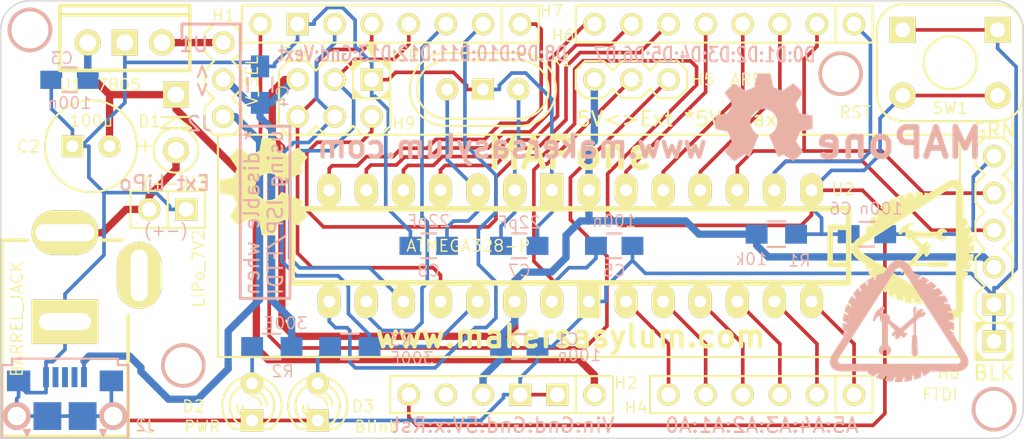
<source format=kicad_pcb>
(kicad_pcb (version 20171130) (host pcbnew "(5.1.12)-1")
  (title_block (title "MAPusart - USB to USART Bridge using CP2012") (rev v1) (company "Maker's Asylum : www.github.com/MakersAsylumIndia"))
  (layers (0 F.Cu signal) (31 B.Cu signal) (34 B.Paste user hide) (35 F.Paste user hide) (36 B.SilkS user hide) (37 F.SilkS user hide) (38 B.Mask user hide) (39 F.Mask user hide) (44 Edge.Cuts user))
  (net 0 "")
  (net 1 /5V)
  (net 2 /TXD)
  (net 3 /RXD)
  (net 4 /RST)
  (net 5 GND)
  (net 6 /V_IN)
  (net 7 "Net-(C6-Pad2)")
  (net 8 "Net-(D1-Pad1)")
  (net 9 "Net-(D2-Pad1)")
  (net 10 "Net-(D3-Pad1)")
  (net 11 /V_REG)
  (net 12 /V_USB)
  (net 13 /AD0)
  (net 14 /AD1)
  (net 15 /AD2)
  (net 16 /AD3)
  (net 17 /AD4_SDA)
  (net 18 /AD5_SCL)
  (net 19 /AREF)
  (net 20 /PD2)
  (net 21 /PD3_P)
  (net 22 /PD4)
  (net 23 /PD5_P)
  (net 24 /PD6_P)
  (net 25 /PD7)
  (net 26 /PB0)
  (net 27 /PB1_P)
  (net 28 /SS_P)
  (net 29 /MOSI_P)
  (net 30 /MISO)
  (net 31 /SCK)
  (net 32 "Net-(C7-Pad1)")
  (net 33 "Net-(C8-Pad1)")
  (net 34 /Vext)
  (module MAPone.pretty:LM78XXV (layer F.Cu) (at 58.5 34.87 90)
    (fp_text reference U1 (at -2.9 -3.7 180) (layer F.SilkS) (effects (font (size 0.8 0.8) (thickness 0.1))))
    (fp_text value 7805 (at -2.9 -0.4 180) (layer F.SilkS) (effects (font (size 0.8 0.8) (thickness 0.1))))
    (pad VI thru_hole circle (at 0 -2.54 90) (size 1.778 1.778) (drill 1.143) (layers *.Cu *.Mask F.SilkS) (net 6 /V_IN))
    (pad GND thru_hole rect (at 0 0 90) (size 1.778 1.778) (drill 1.143) (layers *.Cu *.Mask F.SilkS) (net 5 GND))
    (pad VO thru_hole circle (at 0 2.54 90) (size 1.778 1.778) (drill 1.143) (layers *.Cu *.Mask F.SilkS) (net 11 /V_REG))
  )
  (module MAPone.pretty:SW-PB (layer F.Cu) (at 115 36.25 270)
    (fp_text reference SW1 (at 3.1 0) (layer F.SilkS) (effects (font (size 0.8 0.8) (thickness 0.1))))
    (fp_text value RST (at 3.4 6.5) (layer F.SilkS) (effects (font (size 0.8 0.8) (thickness 0.1))))
    (pad 1 thru_hole rect (at -2.25 -3.25 270) (size 1.778 1.778) (drill 1.016) (layers *.Cu *.Mask F.SilkS) (net 5 GND))
    (pad 2 thru_hole circle (at 2.25 3.25 270) (size 1.778 1.778) (drill 1.016) (layers *.Cu *.Mask F.SilkS) (net 4 /RST))
    (pad 2 thru_hole circle (at 2.25 -3.25 270) (size 1.778 1.778) (drill 1.016) (layers *.Cu *.Mask F.SilkS) (net 4 /RST))
    (pad 1 thru_hole rect (at -2.25 3.25 270) (size 1.778 1.778) (drill 1.016) (layers *.Cu *.Mask F.SilkS) (net 5 GND))
  )
  (module MAPone.pretty:R_0805_HandSoldering (layer B.Cu) (at 73.9 55.7 180)
    (fp_text reference R3 (at -3.5 0.45 180) (layer B.SilkS) (effects (font (size 0.8 0.8) (thickness 0.1)) (justify mirror)))
    (fp_text value 300E (at -4.25 -0.8 180) (layer B.SilkS) (effects (font (size 0.8 0.8) (thickness 0.1)) (justify mirror)))
    (pad 1 smd rect (at -1.35 0 180) (size 1.5 1.3) (layers B.Cu B.Paste B.Mask) (net 31 /SCK))
    (pad 2 smd rect (at 1.35 0 180) (size 1.5 1.3) (layers B.Cu B.Paste B.Mask) (net 10 "Net-(D3-Pad1)"))
  )
  (module MAPone.pretty:R_0805_HandSoldering (layer B.Cu) (at 68.56 55.7)
    (fp_text reference R2 (at 0.74 1.7) (layer B.SilkS) (effects (font (size 0.8 0.8) (thickness 0.1)) (justify mirror)))
    (fp_text value 300E (at 0.94 -1.6) (layer B.SilkS) (effects (font (size 0.8 0.8) (thickness 0.1)) (justify mirror)))
    (pad 1 smd rect (at -1.35 0) (size 1.5 1.3) (layers B.Cu B.Paste B.Mask) (net 9 "Net-(D2-Pad1)"))
    (pad 2 smd rect (at 1.35 0) (size 1.5 1.3) (layers B.Cu B.Paste B.Mask) (net 1 /5V))
  )
  (module MAPone.pretty:R_0805_HandSoldering (layer B.Cu) (at 103.1 48)
    (fp_text reference R1 (at 1.5698 1.8126) (layer B.SilkS) (effects (font (size 0.8 0.8) (thickness 0.1)) (justify mirror)))
    (fp_text value 10k (at -1.7068 1.711) (layer B.SilkS) (effects (font (size 0.8 0.8) (thickness 0.1)) (justify mirror)))
    (pad 1 smd rect (at -1.35 0) (size 1.5 1.3) (layers B.Cu B.Paste B.Mask) (net 1 /5V))
    (pad 2 smd rect (at 1.35 0) (size 1.5 1.3) (layers B.Cu B.Paste B.Mask) (net 4 /RST))
  )
  (module MAPone.pretty:vite_3mm (layer F.Cu) (at 118 60)
    (fp_text reference P4 hide)
    (fp_text value CONN_1 hide)
    (pad 1 thru_hole circle (at 0 0) (size 3.048 3.048) (drill 2.54) (layers *.Cu *.SilkS *.Mask))
  )
  (module MAPone.pretty:vite_3mm (layer F.Cu) (at 62.5 57)
    (fp_text reference P3 hide)
    (fp_text value CONN_1 hide)
    (pad 1 thru_hole circle (at 0 0) (size 3.048 3.048) (drill 2.54) (layers *.Cu *.SilkS *.Mask))
  )
  (module MAPone.pretty:JACK_ALIM (layer F.Cu) (at 54.4 54 90)
    (fp_text reference J1 (at -7.2 5.5) (layer F.SilkS) (effects (font (size 0.8 0.8) (thickness 0.1))))
    (fp_text value BARREL_JACK (at 0.2 -3.3 270) (layer F.SilkS) (effects (font (size 0.8 0.8) (thickness 0.1))))
    (pad 2 thru_hole rect (at 0 0 90) (size 3.048 4.572) (drill oval 1.1684 3.556) (layers *.Cu *.Mask F.SilkS) (net 5 GND))
    (pad 1 thru_hole oval (at 6.096 0 90) (size 3.048 4.572) (drill oval 1.1684 4.064) (layers *.Cu *.Mask F.SilkS) (net 8 "Net-(D1-Pad1)"))
    (pad 3 thru_hole oval (at 3.175 5.08 90) (size 4.572 3.048) (drill oval 3.556 1.1684) (layers *.Cu *.Mask F.SilkS))
  )
  (module MAPone.pretty:Header_ICSP (layer F.Cu) (at 72.86 38.68)
    (fp_text reference H9 (at 4.74 1.72 180) (layer F.SilkS) (effects (font (size 0.8 0.8) (thickness 0.1))))
    (fp_text value ISP (at 4.84 -2.88 180) (layer F.SilkS) (effects (font (size 0.8 0.8) (thickness 0.1))))
    (fp_text user 5V0 (at -2.53 -3.05) (layer F.SilkS) (effects (font (size 0.8 0.8) (thickness 0.1))))
    (pad 1 thru_hole circle (at -2.54 1.27) (size 1.524 1.524) (drill 1.016) (layers *.Cu *.Mask F.SilkS) (net 30 /MISO))
    (pad 2 thru_hole circle (at -2.54 -1.27) (size 1.524 1.524) (drill 1.016) (layers *.Cu *.Mask F.SilkS) (net 1 /5V))
    (pad 3 thru_hole circle (at 0 1.27) (size 1.524 1.524) (drill 1.016) (layers *.Cu *.Mask F.SilkS) (net 31 /SCK))
    (pad 4 thru_hole circle (at 0 -1.27) (size 1.524 1.524) (drill 1.016) (layers *.Cu *.Mask F.SilkS) (net 29 /MOSI_P))
    (pad 5 thru_hole circle (at 2.54 1.27) (size 1.524 1.524) (drill 1.016) (layers *.Cu *.Mask F.SilkS) (net 4 /RST))
    (pad 6 thru_hole rect (at 2.54 -1.27) (size 1.524 1.524) (drill 1.016) (layers *.Cu *.Mask F.SilkS) (net 5 GND))
  )
  (module MAPone.pretty:Socket_Strip_Straight_1x08 (layer F.Cu) (at 76.67 33.6)
    (fp_text reference H7 (at 11.03 -0.9) (layer F.SilkS) (effects (font (size 0.8 0.8) (thickness 0.1))))
    (fp_text value IO_H hide)
    (pad 1 thru_hole circle (at 8.89 0) (size 1.524 1.524) (drill 1.016) (layers *.Cu *.Mask F.SilkS) (net 26 /PB0))
    (pad 2 thru_hole circle (at 6.35 0) (size 1.524 1.524) (drill 1.016) (layers *.Cu *.Mask F.SilkS) (net 27 /PB1_P))
    (pad 3 thru_hole circle (at 3.81 0) (size 1.524 1.524) (drill 1.016) (layers *.Cu *.Mask F.SilkS) (net 28 /SS_P))
    (pad 4 thru_hole circle (at 1.27 0) (size 1.524 1.524) (drill 1.016) (layers *.Cu *.Mask F.SilkS) (net 29 /MOSI_P))
    (pad 5 thru_hole circle (at -1.27 0) (size 1.524 1.524) (drill 1.016) (layers *.Cu *.Mask F.SilkS) (net 30 /MISO))
    (pad 6 thru_hole circle (at -3.81 0) (size 1.524 1.524) (drill 1.016) (layers *.Cu *.Mask F.SilkS) (net 31 /SCK))
    (pad 7 thru_hole rect (at -6.35 0) (size 1.524 1.524) (drill 1.016) (layers *.Cu *.Mask F.SilkS) (net 5 GND))
    (pad 8 thru_hole circle (at -8.89 0) (size 1.524 1.524) (drill 1.016) (layers *.Cu *.Mask F.SilkS) (net 34 /Vext))
  )
  (module MAPone.pretty:Socket_Strip_Straight_1x08 (layer F.Cu) (at 99.53 33.6)
    (fp_text reference H6 (at -11.03 0.8) (layer F.SilkS) (effects (font (size 0.8 0.8) (thickness 0.1))))
    (fp_text value IO_L hide)
    (pad 1 thru_hole circle (at 8.89 0) (size 1.524 1.524) (drill 1.016) (layers *.Cu *.Mask F.SilkS) (net 3 /RXD))
    (pad 2 thru_hole circle (at 6.35 0) (size 1.524 1.524) (drill 1.016) (layers *.Cu *.Mask F.SilkS) (net 2 /TXD))
    (pad 3 thru_hole circle (at 3.81 0) (size 1.524 1.524) (drill 1.016) (layers *.Cu *.Mask F.SilkS) (net 20 /PD2))
    (pad 4 thru_hole circle (at 1.27 0) (size 1.524 1.524) (drill 1.016) (layers *.Cu *.Mask F.SilkS) (net 21 /PD3_P))
    (pad 5 thru_hole circle (at -1.27 0) (size 1.524 1.524) (drill 1.016) (layers *.Cu *.Mask F.SilkS) (net 22 /PD4))
    (pad 6 thru_hole circle (at -3.81 0) (size 1.524 1.524) (drill 1.016) (layers *.Cu *.Mask F.SilkS) (net 23 /PD5_P))
    (pad 7 thru_hole circle (at -6.35 0) (size 1.524 1.524) (drill 1.016) (layers *.Cu *.Mask F.SilkS) (net 24 /PD6_P))
    (pad 8 thru_hole circle (at -8.89 0) (size 1.524 1.524) (drill 1.016) (layers *.Cu *.Mask F.SilkS) (net 25 /PD7))
  )
  (module MAPone.pretty:Socket_Strip_Straight_1x06 (layer F.Cu) (at 102.07 59)
    (fp_text reference H4 (at -8.57 0.9) (layer F.SilkS) (effects (font (size 0.8 0.8) (thickness 0.1))))
    (fp_text value ANALOG hide)
    (pad 1 thru_hole circle (at 6.35 0) (size 1.524 1.524) (drill 1.016) (layers *.Cu *.Mask F.SilkS) (net 18 /AD5_SCL))
    (pad 2 thru_hole circle (at 3.81 0) (size 1.524 1.524) (drill 1.016) (layers *.Cu *.Mask F.SilkS) (net 17 /AD4_SDA))
    (pad 3 thru_hole circle (at 1.27 0) (size 1.524 1.524) (drill 1.016) (layers *.Cu *.Mask F.SilkS) (net 16 /AD3))
    (pad 4 thru_hole circle (at -1.27 0) (size 1.524 1.524) (drill 1.016) (layers *.Cu *.Mask F.SilkS) (net 15 /AD2))
    (pad 5 thru_hole circle (at -3.81 0) (size 1.524 1.524) (drill 1.016) (layers *.Cu *.Mask F.SilkS) (net 14 /AD1))
    (pad 6 thru_hole circle (at -6.35 0) (size 1.524 1.524) (drill 1.016) (layers *.Cu *.Mask F.SilkS) (net 13 /AD0))
  )
  (module MAPone.pretty:Socket_Strip_Straight_1x06 (layer F.Cu) (at 84.29 59)
    (fp_text reference H2 (at 8.51 -0.8) (layer F.SilkS) (effects (font (size 0.8 0.8) (thickness 0.1))))
    (fp_text value Power hide)
    (pad 1 thru_hole circle (at 6.35 0) (size 1.524 1.524) (drill 1.016) (layers *.Cu *.Mask F.SilkS) (net 6 /V_IN))
    (pad 2 thru_hole rect (at 3.81 0) (size 1.524 1.524) (drill 1.016) (layers *.Cu *.Mask F.SilkS) (net 5 GND))
    (pad 3 thru_hole rect (at 1.27 0) (size 1.524 1.524) (drill 1.016) (layers *.Cu *.Mask F.SilkS) (net 5 GND))
    (pad 4 thru_hole circle (at -1.27 0) (size 1.524 1.524) (drill 1.016) (layers *.Cu *.Mask F.SilkS) (net 1 /5V))
    (pad 5 thru_hole circle (at -3.81 0) (size 1.524 1.524) (drill 1.016) (layers *.Cu *.Mask F.SilkS))
    (pad 6 thru_hole circle (at -6.35 0) (size 1.524 1.524) (drill 1.016) (layers *.Cu *.Mask F.SilkS) (net 4 /RST))
  )
  (module MAPone.pretty:Header_3 (layer F.Cu) (at 65.23 37.41 270)
    (fp_text reference H1 (at -4.39 -0.02 180) (layer F.SilkS) (effects (font (size 0.8 0.8) (thickness 0.1))))
    (fp_text value V_SEL (at 0.09 -1.97 90) (layer F.SilkS) (effects (font (size 0.8 0.8) (thickness 0.1))))
    (pad 1 thru_hole circle (at -2.54 0 270) (size 1.524 1.524) (drill 1.016) (layers *.Cu *.Mask F.SilkS) (net 11 /V_REG))
    (pad 2 thru_hole circle (at 0 0 270) (size 1.524 1.524) (drill 1.016) (layers *.Cu *.Mask F.SilkS) (net 1 /5V))
    (pad 3 thru_hole circle (at 2.54 0 270) (size 1.524 1.524) (drill 1.016) (layers *.Cu *.Mask F.SilkS) (net 12 /V_USB))
  )
  (module MAPone.pretty:LED-3MM (layer F.Cu) (at 71.7 59.5 270)
    (fp_text reference D3 (at 0.3 -3.1) (layer F.SilkS) (effects (font (size 0.8 0.8) (thickness 0.1))))
    (fp_text value Blink (at 1.7 -4) (layer F.SilkS) (effects (font (size 0.8 0.8) (thickness 0.1))))
    (pad 1 thru_hole circle (at -1.27 0 270) (size 1.524 1.524) (drill 0.8128) (layers *.Cu *.Mask F.SilkS) (net 10 "Net-(D3-Pad1)"))
    (pad 2 thru_hole rect (at 1.27 0 270) (size 1.524 1.524) (drill 0.8128) (layers *.Cu *.Mask F.SilkS) (net 5 GND))
  )
  (module MAPone.pretty:LED-3MM (layer F.Cu) (at 67.2 59.5 270)
    (fp_text reference D2 (at 0.3 4) (layer F.SilkS) (effects (font (size 0.8 0.8) (thickness 0.1))))
    (fp_text value PWR (at 1.7 3.4) (layer F.SilkS) (effects (font (size 0.8 0.8) (thickness 0.1))))
    (pad 1 thru_hole circle (at -1.27 0 270) (size 1.524 1.524) (drill 0.8128) (layers *.Cu *.Mask F.SilkS) (net 9 "Net-(D2-Pad1)"))
    (pad 2 thru_hole rect (at 1.27 0 270) (size 1.524 1.524) (drill 0.8128) (layers *.Cu *.Mask F.SilkS) (net 5 GND))
  )
  (module MAPone.pretty:C_0805_HandSoldering (layer B.Cu) (at 79.3 48.8 180)
    (fp_text reference C8 (at 0 -1.7 180) (layer B.SilkS) (effects (font (size 0.8 0.8) (thickness 0.1)) (justify mirror)))
    (fp_text value 22pF (at 0 1.7 180) (layer B.SilkS) (effects (font (size 0.8 0.8) (thickness 0.1)) (justify mirror)))
    (pad 1 smd rect (at -1.25 0 180) (size 1.5 1.25) (layers B.Cu B.Paste B.Mask) (net 33 "Net-(C8-Pad1)"))
    (pad 2 smd rect (at 1.25 0 180) (size 1.5 1.25) (layers B.Cu B.Paste B.Mask) (net 5 GND))
  )
  (module MAPone.pretty:C_0805_HandSoldering (layer B.Cu) (at 85.5 48.8)
    (fp_text reference C7 (at 0 1.7) (layer B.SilkS) (effects (font (size 0.8 0.8) (thickness 0.1)) (justify mirror)))
    (fp_text value 22pF (at 0 -1.6) (layer B.SilkS) (effects (font (size 0.8 0.8) (thickness 0.1)) (justify mirror)))
    (pad 1 smd rect (at -1.25 0) (size 1.5 1.25) (layers B.Cu B.Paste B.Mask) (net 32 "Net-(C7-Pad1)"))
    (pad 2 smd rect (at 1.25 0) (size 1.5 1.25) (layers B.Cu B.Paste B.Mask) (net 5 GND))
  )
  (module MAPone.pretty:C_0805_HandSoldering (layer B.Cu) (at 109.3 48)
    (fp_text reference C6 (at -1.8 -1.75) (layer B.SilkS) (effects (font (size 0.8 0.8) (thickness 0.1)) (justify mirror)))
    (fp_text value 100n (at 0.95 -1.75) (layer B.SilkS) (effects (font (size 0.8 0.8) (thickness 0.1)) (justify mirror)))
    (pad 1 smd rect (at -1.25 0) (size 1.5 1.25) (layers B.Cu B.Paste B.Mask) (net 4 /RST))
    (pad 2 smd rect (at 1.25 0) (size 1.5 1.25) (layers B.Cu B.Paste B.Mask) (net 7 "Net-(C6-Pad2)"))
  )
  (module MAPone.pretty:C_0805_HandSoldering (layer B.Cu) (at 92 48.8)
    (fp_text reference C5 (at 0 1.7) (layer B.SilkS) (effects (font (size 0.8 0.8) (thickness 0.1)) (justify mirror)))
    (fp_text value 100n (at 0 -1.7) (layer B.SilkS) (effects (font (size 0.8 0.8) (thickness 0.1)) (justify mirror)))
    (pad 1 smd rect (at -1.25 0) (size 1.5 1.25) (layers B.Cu B.Paste B.Mask) (net 19 /AREF))
    (pad 2 smd rect (at 1.25 0) (size 1.5 1.25) (layers B.Cu B.Paste B.Mask) (net 5 GND))
  )
  (module MAPone.pretty:C_0805_HandSoldering (layer B.Cu) (at 67.75 37.75 90)
    (fp_text reference C4 (at -0.79 1.55 270) (layer B.SilkS) (effects (font (size 0.8 0.8) (thickness 0.1)) (justify mirror)))
    (fp_text value 100n hide)
    (pad 1 smd rect (at -1.25 0 90) (size 1.5 1.25) (layers B.Cu B.Paste B.Mask) (net 1 /5V))
    (pad 2 smd rect (at 1.25 0 90) (size 1.5 1.25) (layers B.Cu B.Paste B.Mask) (net 5 GND))
  )
  (module MAPone.pretty:C_0805_HandSoldering (layer B.Cu) (at 54.71 37.42)
    (fp_text reference C3 (at -0.53 -1.48 180) (layer B.SilkS) (effects (font (size 0.8 0.8) (thickness 0.1)) (justify mirror)))
    (fp_text value 100n (at 0 1.59 180) (layer B.SilkS) (effects (font (size 0.8 0.8) (thickness 0.1)) (justify mirror)))
    (pad 1 smd rect (at -1.25 0) (size 1.5 1.25) (layers B.Cu B.Paste B.Mask) (net 5 GND))
    (pad 2 smd rect (at 1.25 0) (size 1.5 1.25) (layers B.Cu B.Paste B.Mask) (net 6 /V_IN))
  )
  (module MAPone.pretty:C_0805_HandSoldering (layer B.Cu) (at 85.5 55.7)
    (fp_text reference C1 (at 3.3 -0.5) (layer B.SilkS) (effects (font (size 0.8 0.8) (thickness 0.1)) (justify mirror)))
    (fp_text value 100n (at 4.1 0.6) (layer B.SilkS) (effects (font (size 0.8 0.8) (thickness 0.1)) (justify mirror)))
    (pad 1 smd rect (at -1.25 0) (size 1.5 1.25) (layers B.Cu B.Paste B.Mask) (net 1 /5V))
    (pad 2 smd rect (at 1.25 0) (size 1.5 1.25) (layers B.Cu B.Paste B.Mask) (net 5 GND))
  )
  (module MAPone.pretty:DIP-28__300_ELL_ZIF (layer F.Cu) (at 89 48.8 180)
    (fp_text reference U2 (at -18.667 3.8642 180) (layer F.SilkS) (effects (font (size 0.8 0.8) (thickness 0.1))))
    (fp_text value ATMEGA328-P (at 6.985 0 180) (layer F.SilkS) (effects (font (size 0.8 0.8) (thickness 0.1))))
    (pad 2 thru_hole oval (at -13.97 3.81 180) (size 1.5748 2.286) (drill 0.8128) (layers *.Cu *.Mask F.SilkS) (net 3 /RXD))
    (pad 3 thru_hole oval (at -11.43 3.81 180) (size 1.5748 2.286) (drill 0.8128) (layers *.Cu *.Mask F.SilkS) (net 2 /TXD))
    (pad 4 thru_hole oval (at -8.89 3.81 180) (size 1.5748 2.286) (drill 0.8128) (layers *.Cu *.Mask F.SilkS) (net 20 /PD2))
    (pad 5 thru_hole oval (at -6.35 3.81 180) (size 1.5748 2.286) (drill 0.8128) (layers *.Cu *.Mask F.SilkS) (net 21 /PD3_P))
    (pad 6 thru_hole oval (at -3.81 3.81 180) (size 1.5748 2.286) (drill 0.8128) (layers *.Cu *.Mask F.SilkS) (net 22 /PD4))
    (pad 7 thru_hole oval (at -1.27 3.81 180) (size 1.5748 2.286) (drill 0.8128) (layers *.Cu *.Mask F.SilkS) (net 1 /5V))
    (pad 8 thru_hole rect (at 1.27 3.81 180) (size 1.5748 2.286) (drill 0.8128) (layers *.Cu *.Mask F.SilkS) (net 5 GND))
    (pad 9 thru_hole oval (at 3.81 3.81 180) (size 1.5748 2.286) (drill 0.8128) (layers *.Cu *.Mask F.SilkS) (net 32 "Net-(C7-Pad1)"))
    (pad 10 thru_hole oval (at 6.35 3.81 180) (size 1.5748 2.286) (drill 0.8128) (layers *.Cu *.Mask F.SilkS) (net 33 "Net-(C8-Pad1)"))
    (pad 11 thru_hole oval (at 8.89 3.81 180) (size 1.5748 2.286) (drill 0.8128) (layers *.Cu *.Mask F.SilkS) (net 23 /PD5_P))
    (pad 12 thru_hole oval (at 11.43 3.81 180) (size 1.5748 2.286) (drill 0.8128) (layers *.Cu *.Mask F.SilkS) (net 24 /PD6_P))
    (pad 13 thru_hole oval (at 13.97 3.81 180) (size 1.5748 2.286) (drill 0.8128) (layers *.Cu *.Mask F.SilkS) (net 25 /PD7))
    (pad 14 thru_hole oval (at 16.51 3.81 180) (size 1.5748 2.286) (drill 0.8128) (layers *.Cu *.Mask F.SilkS) (net 26 /PB0))
    (pad 1 thru_hole oval (at -16.51 3.81 180) (size 1.5748 2.286) (drill 0.8128) (layers *.Cu *.Mask F.SilkS) (net 4 /RST))
    (pad 15 thru_hole oval (at 16.51 -3.81 180) (size 1.5748 2.286) (drill 0.8128) (layers *.Cu *.Mask F.SilkS) (net 27 /PB1_P))
    (pad 16 thru_hole oval (at 13.97 -3.81 180) (size 1.5748 2.286) (drill 0.8128) (layers *.Cu *.Mask F.SilkS) (net 28 /SS_P))
    (pad 17 thru_hole oval (at 11.43 -3.81 180) (size 1.5748 2.286) (drill 0.8128) (layers *.Cu *.Mask F.SilkS) (net 29 /MOSI_P))
    (pad 18 thru_hole oval (at 8.89 -3.81 180) (size 1.5748 2.286) (drill 0.8128) (layers *.Cu *.Mask F.SilkS) (net 30 /MISO))
    (pad 19 thru_hole oval (at 6.35 -3.81 180) (size 1.5748 2.286) (drill 0.8128) (layers *.Cu *.Mask F.SilkS) (net 31 /SCK))
    (pad 20 thru_hole oval (at 3.81 -3.81 180) (size 1.5748 2.286) (drill 0.8128) (layers *.Cu *.Mask F.SilkS) (net 1 /5V))
    (pad 21 thru_hole oval (at 1.27 -3.81 180) (size 1.5748 2.286) (drill 0.8128) (layers *.Cu *.Mask F.SilkS) (net 19 /AREF))
    (pad 22 thru_hole rect (at -1.27 -3.81 180) (size 1.5748 2.286) (drill 0.8128) (layers *.Cu *.Mask F.SilkS) (net 5 GND))
    (pad 23 thru_hole oval (at -3.81 -3.81 180) (size 1.5748 2.286) (drill 0.8128) (layers *.Cu *.Mask F.SilkS) (net 13 /AD0))
    (pad 24 thru_hole oval (at -6.35 -3.81 180) (size 1.5748 2.286) (drill 0.8128) (layers *.Cu *.Mask F.SilkS) (net 14 /AD1))
    (pad 25 thru_hole oval (at -8.89 -3.81 180) (size 1.5748 2.286) (drill 0.8128) (layers *.Cu *.Mask F.SilkS) (net 15 /AD2))
    (pad 26 thru_hole oval (at -11.43 -3.81 180) (size 1.5748 2.286) (drill 0.8128) (layers *.Cu *.Mask F.SilkS) (net 16 /AD3))
    (pad 27 thru_hole oval (at -13.97 -3.81 180) (size 1.5748 2.286) (drill 0.8128) (layers *.Cu *.Mask F.SilkS) (net 17 /AD4_SDA))
    (pad 28 thru_hole oval (at -16.51 -3.81 180) (size 1.5748 2.286) (drill 0.8128) (layers *.Cu *.Mask F.SilkS) (net 18 /AD5_SCL))
  )
  (module MAPone.pretty:Header_FTDI (layer F.Cu) (at 118 49 90)
    (fp_text reference H8 (at -8.5 -3.1 180) (layer F.SilkS) (effects (font (size 0.8 0.8) (thickness 0.1))))
    (fp_text value FTDI (at -10 -3.7 180) (layer F.SilkS) (effects (font (size 0.8 0.8) (thickness 0.1))))
    (fp_text user GRN (at 8.1 0 180) (layer F.SilkS))
    (fp_text user BLK (at -8.5 0 180) (layer F.SilkS))
    (pad 1 thru_hole rect (at -6.35 0 90) (size 1.524 1.524) (drill 1.016) (layers *.Cu *.Mask F.SilkS) (net 5 GND))
    (pad 2 thru_hole rect (at -3.81 0 90) (size 1.524 1.524) (drill 1.016) (layers *.Cu *.Mask F.SilkS) (net 5 GND))
    (pad 3 thru_hole circle (at -1.27 0 90) (size 1.524 1.524) (drill 1.016) (layers *.Cu *.Mask F.SilkS) (net 1 /5V))
    (pad 4 thru_hole circle (at 1.27 0 90) (size 1.524 1.524) (drill 1.016) (layers *.Cu *.Mask F.SilkS) (net 3 /RXD))
    (pad 5 thru_hole circle (at 3.81 0 90) (size 1.524 1.524) (drill 1.016) (layers *.Cu *.Mask F.SilkS) (net 2 /TXD))
    (pad 6 thru_hole circle (at 6.35 0 90) (size 1.524 1.524) (drill 1.016) (layers *.Cu *.Mask F.SilkS) (net 7 "Net-(C6-Pad2)"))
  )
  (module MAPone.pretty:USB_B_Micro (layer B.Cu) (at 54.4 57.8 90)
    (fp_text reference J2 (at -3.3 5.5 180) (layer B.SilkS) (effects (font (size 0.8 0.8) (thickness 0.1)) (justify mirror)))
    (fp_text value USB-Micro hide)
    (pad 3 smd rect (at 0 0 90) (size 1.3716 0.4064) (layers B.Cu B.Paste B.Mask) (clearance 0.2032))
    (pad 4 smd rect (at 0 -0.65024 90) (size 1.3716 0.4064) (layers B.Cu B.Paste B.Mask) (clearance 0.2032))
    (pad 5 smd rect (at 0 -1.30048 90) (size 1.3716 0.4064) (layers B.Cu B.Paste B.Mask) (net 5 GND) (clearance 0.2032))
    (pad 2 smd rect (at 0 0.65024 90) (size 1.3716 0.4064) (layers B.Cu B.Paste B.Mask) (clearance 0.2032))
    (pad 1 smd rect (at 0 1.30048 90) (size 1.3716 0.4064) (layers B.Cu B.Paste B.Mask) (net 12 /V_USB) (clearance 0.2032))
    (pad T1 smd rect (at -0.254 3.175 90) (size 1.4224 1.6002) (layers B.Cu B.Paste B.Mask) (net 5 GND))
    (pad T2 smd rect (at -0.254 -3.175 90) (size 1.4224 1.6002) (layers B.Cu B.Paste B.Mask) (net 5 GND))
    (pad T3 smd rect (at -2.667 1.2065 90) (size 1.905 1.905) (layers B.Cu B.Paste B.Mask) (net 5 GND) (clearance 0.2032))
    (pad T4 smd rect (at -2.667 -1.2065 90) (size 1.905 1.905) (layers B.Cu B.Paste B.Mask) (net 5 GND) (clearance 0.2032))
    (pad T5 thru_hole circle (at -2.667 3.302 90) (size 1.905 1.905) (drill 1.27) (layers *.Cu *.Paste *.Mask B.SilkS) (net 5 GND) (clearance 0.2032))
    (pad T6 thru_hole circle (at -2.667 -3.302 90) (size 1.905 1.905) (drill 1.27) (layers *.Cu *.Paste *.Mask B.SilkS) (net 5 GND) (clearance 0.2032))
  )
  (module MAPone.pretty:Crystal_HC49-U_Vertical_3Pin (layer F.Cu) (at 83.01 38.08 180)
    (fp_text reference X1 (at -5.39 1.98 180) (layer F.SilkS) (effects (font (size 0.8 0.8) (thickness 0.1))))
    (fp_text value 16MHz hide)
    (pad 1 thru_hole circle (at -2.44094 0 180) (size 1.50114 1.50114) (drill 0.8128) (layers *.Cu *.Mask F.SilkS) (net 32 "Net-(C7-Pad1)"))
    (pad 2 thru_hole circle (at 2.44094 0 180) (size 1.50114 1.50114) (drill 0.8128) (layers *.Cu *.Mask F.SilkS) (net 33 "Net-(C8-Pad1)"))
    (pad 3 thru_hole rect (at 0 0 180) (size 1.50114 1.50114) (drill 0.8128) (layers *.Cu *.Mask F.SilkS) (net 5 GND))
  )
  (module MAPone.pretty:Diode_DO-41_SOD81_Vertical_KathodeUp (layer F.Cu) (at 62 40.25 90)
    (fp_text reference D1 (at -0.02 -1.82 180) (layer F.SilkS) (effects (font (size 0.8 0.8) (thickness 0.1))))
    (fp_text value 1N4007 hide)
    (pad 1 thru_hole circle (at -2 0 90) (size 1.778 1.778) (drill 1.143) (layers *.Cu *.Mask F.SilkS) (net 8 "Net-(D1-Pad1)"))
    (pad 2 thru_hole rect (at 1.81 0 90) (size 1.778 1.778) (drill 1.143) (layers *.Cu *.Mask F.SilkS) (net 6 /V_IN))
  )
  (module MAPone.pretty:vite_3mm (layer F.Cu) (at 52 34)
    (fp_text reference P1 hide)
    (fp_text value CONN_1 hide)
    (pad 1 thru_hole circle (at 0 0) (size 3.048 3.048) (drill 2.54) (layers *.Cu *.SilkS *.Mask))
  )
  (module MAPone.pretty:vite_3mm (layer F.Cu) (at 107.5 37)
    (fp_text reference P2 hide)
    (fp_text value CONN_1 hide)
    (pad 1 thru_hole circle (at 0 0) (size 3.048 3.048) (drill 2.54) (layers *.Cu *.SilkS *.Mask))
  )
  (module MAPone.pretty:Header_A_REF (layer F.Cu) (at 93.18 37.41)
    (fp_text reference H5 (at 4.9 0 180) (layer F.SilkS) (effects (font (size 0.8 0.8) (thickness 0.1))))
    (fp_text value AREF (at 8.2 0 180) (layer F.SilkS) (effects (font (size 0.8 0.8) (thickness 0.1))))
    (pad 1 thru_hole circle (at -2.54 0) (size 1.524 1.524) (drill 1.016) (layers *.Cu *.Mask F.SilkS) (net 1 /5V))
    (pad 2 thru_hole circle (at 0 0) (size 1.524 1.524) (drill 1.016) (layers *.Cu *.Mask F.SilkS) (net 19 /AREF))
    (pad 3 thru_hole circle (at 2.54 0) (size 1.524 1.524) (drill 1.016) (layers *.Cu *.Mask F.SilkS) (net 34 /Vext))
  )
  (module MAPone.pretty:MA_Logo2 (layer F.Cu) (at 112.5 49 90)
    (fp_text reference Z2 hide)
    (fp_text value CONN_1 hide)
  )
  (module MAPone.pretty:Elko_vert_11.2x6.3mm_RM2.5 (layer F.Cu) (at 57.45 41.97 180)
    (fp_text reference C2 (at 5.55 -0.03) (layer F.SilkS) (effects (font (size 0.8 0.8) (thickness 0.1))))
    (fp_text value 100u (at 1.25 1.75) (layer F.SilkS) (effects (font (size 0.8 0.8) (thickness 0.1))))
    (fp_text user + (at -2.45 0.07 180) (layer F.SilkS))
    (pad 2 thru_hole rect (at 2.54 0 180) (size 1.50114 1.50114) (drill 0.8128) (layers *.Cu *.Mask F.SilkS) (net 5 GND))
    (pad 1 thru_hole circle (at 0 0 180) (size 1.50114 1.50114) (drill 0.8128) (layers *.Cu *.Mask F.SilkS) (net 6 /V_IN))
  )
  (module MAPone:OSHW_6mm (layer B.Cu) (at 102.25 40 180)
    (fp_text reference Z6 hide)
    (fp_text value CONN_1 hide)
  )
  (module MAPone:OSHW_6mm (layer F.Cu) (at 68 44.75 90)
    (fp_text reference Z7 hide)
    (fp_text value CONN_1 hide)
  )
  (module MAPone.pretty:Pin_Header_Straight_1x02 (layer F.Cu) (at 61.43 46.3 180)
    (fp_text reference H3 (at -1.92 1.83) (layer F.SilkS) (effects (font (size 0.8 0.8) (thickness 0.1))))
    (fp_text value LiPo_7V2 (at -2.12 -4.05 270) (layer F.SilkS) (effects (font (size 0.8 0.8) (thickness 0.1))))
    (pad 1 thru_hole rect (at -1.27 0 180) (size 1.524 1.524) (drill 1.016) (layers *.Cu *.Mask F.SilkS) (net 5 GND))
    (pad 2 thru_hole circle (at 1.27 0 180) (size 1.524 1.524) (drill 1.016) (layers *.Cu *.Mask F.SilkS) (net 8 "Net-(D1-Pad1)"))
  )
  (module MAPone.pretty:MA_Logo2 (layer B.Cu) (at 111.5 54 180)
    (fp_text reference Z1 hide)
    (fp_text value CONN_1 hide)
  )
  (gr_line (start 69.8 40.6) (end 66.5 40.6) (angle 90) (layer B.SilkS) (width 0.2))
  (gr_line (start 69.8 52.4) (end 69.8 40.6) (angle 90) (layer B.SilkS) (width 0.2))
  (gr_line (start 66.4 52.4) (end 69.8 52.4) (angle 90) (layer B.SilkS) (width 0.2))
  (gr_line (start 62.4 33.6) (end 62.4 34.6) (angle 90) (layer B.SilkS) (width 0.2))
  (gr_line (start 66.4 33.6) (end 62.4 33.6) (angle 90) (layer B.SilkS) (width 0.2))
  (gr_line (start 66.4 52.4) (end 66.4 33.6) (angle 90) (layer B.SilkS) (width 0.2))
  (gr_line (start 120 60) (end 120 34) (angle 90) (layer Edge.Cuts) (width 0.1))
  (gr_line (start 50 62) (end 50 34) (angle 90) (layer Edge.Cuts) (width 0.1))
  (gr_line (start 118 62) (end 50 62) (angle 90) (layer Edge.Cuts) (width 0.1))
  (gr_line (start 52 32) (end 118 32) (angle 90) (layer Edge.Cuts) (width 0.1))
  (gr_text "* disable when\nusing ISP/FTDI" (at 68 46.5 90) (layer B.SilkS) (effects (font (size 1 1)) (justify mirror)))
  (gr_text "Ext LiPo" (at 61.21 44.5) (layer B.SilkS) (effects (font (size 1 1)) (justify mirror)))
  (gr_text "(-+)" (at 61.31 47.74) (layer B.SilkS) (effects (font (size 0.8 0.8) (thickness 0.1)) (justify mirror)))
  (gr_text "(-+)" (at 61.24 44.63 180) (layer F.SilkS) (effects (font (size 0.8 0.8) (thickness 0.1))))
  (gr_text www.makersasylum.com (at 89 55) (layer F.SilkS) (effects (font (size 1.5 1.5) (thickness 0.3))))
  (gr_text MAPone (at 89 42.5) (layer F.SilkS) (effects (font (size 2 2) (thickness 0.4))))
  (gr_text www.makersasylum.com (at 85 42) (layer B.SilkS) (effects (font (size 1.5 1.5) (thickness 0.3)) (justify mirror)))
  (gr_text MAPone (at 111.5 41.75) (layer B.SilkS) (effects (font (size 2 2) (thickness 0.4)) (justify mirror)))
  (gr_text D8:D9:D10:D11:D12:D13:Gnd:Vext (at 78.88 35.63) (layer B.SilkS) (effects (font (size 1 0.8)) (justify mirror)))
  (gr_text D0:D1:D2:D3:D4:D5:D6:D7 (at 98.2 35.7) (layer B.SilkS) (effects (font (size 1 0.8)) (justify mirror)))
  (gr_text Vin:Gnd:Gnd:5V:x:Rst (at 84.4 61.1) (layer B.SilkS) (effects (font (size 1 1)) (justify mirror)))
  (gr_text A5:A4:A3:A2:A1:A0 (at 102.1 61.1) (layer B.SilkS) (effects (font (size 1 1)) (justify mirror)))
  (gr_text <> (at 63.72 37.47 90) (layer B.SilkS) (effects (font (size 1 1)) (justify mirror)))
  (gr_text J2 (at 63.61 40.43) (layer B.SilkS) (effects (font (size 1 1)) (justify mirror)))
  (gr_text U1 (at 63.2 35) (layer B.SilkS) (effects (font (size 1 1)) (justify mirror)))
  (gr_text "5V<>Ext *5V max" (at 96.3 40.1) (layer F.SilkS) (effects (font (size 1 1))))
  (gr_arc (start 118 34) (end 118 32) (angle 90) (layer Edge.Cuts) (width 0.1))
  (gr_arc (start 118 60) (end 120 60) (angle 90) (layer Edge.Cuts) (width 0.1))
  (gr_arc (start 52 34) (end 50 34) (angle 90) (layer Edge.Cuts) (width 0.1))
  (segment (start 84.25 55.1968) (end 84.25 54.95) (width 0.5) (layer B.Cu) (net 1))
  (segment (start 84.25 54.95) (end 85.19 54.01) (width 0.5) (layer B.Cu) (net 1))
  (segment (start 85.19 54.01) (end 85.19 52.61) (width 0.5) (layer B.Cu) (net 1))
  (segment (start 84.25 55.7) (end 84.25 55.1968) (width 0.5) (layer B.Cu) (net 1))
  (segment (start 101.75 48.376) (end 101.75 48.76) (width 0.5) (layer B.Cu) (net 1))
  (segment (start 101.75 48.76) (end 102.55 49.56) (width 0.5) (layer B.Cu) (net 1))
  (segment (start 102.55 49.56) (end 117.29 49.56) (width 0.5) (layer B.Cu) (net 1))
  (segment (start 117.29 49.56) (end 118 50.27) (width 0.5) (layer B.Cu) (net 1))
  (segment (start 101.75 48) (end 101.75 48.376) (width 0.5) (layer B.Cu) (net 1))
  (segment (start 90.27 47.0922) (end 90.27 44.99) (width 0.5) (layer B.Cu) (net 1))
  (segment (start 101.75 48) (end 97.8 48) (width 0.5) (layer B.Cu) (net 1))
  (segment (start 97.8 48) (end 96.8921 47.0922) (width 0.5) (layer B.Cu) (net 1))
  (segment (start 96.8921 47.0922) (end 90.27 47.0922) (width 0.5) (layer B.Cu) (net 1))
  (segment (start 67.75 39) (end 67.75 39.99) (width 0.5) (layer B.Cu) (net 1))
  (segment (start 67.75 39.99) (end 68.55 40.79) (width 0.5) (layer B.Cu) (net 1))
  (segment (start 68.55 40.79) (end 68.55 52.51) (width 0.5) (layer B.Cu) (net 1))
  (segment (start 68.55 52.51) (end 69.91 53.87) (width 0.5) (layer B.Cu) (net 1))
  (segment (start 69.91 53.87) (end 69.91 55.7) (width 0.5) (layer B.Cu) (net 1))
  (segment (start 65.23 37.41) (end 65.41 37.41) (width 0.5) (layer B.Cu) (net 1))
  (segment (start 65.41 37.41) (end 67 39) (width 0.5) (layer B.Cu) (net 1))
  (segment (start 67 39) (end 67.75 39) (width 0.5) (layer B.Cu) (net 1))
  (segment (start 70.32 37.41) (end 70.09 37.41) (width 0.5) (layer B.Cu) (net 1))
  (segment (start 70.09 37.41) (end 68.5 39) (width 0.5) (layer B.Cu) (net 1))
  (segment (start 68.5 39) (end 67.75 39) (width 0.5) (layer B.Cu) (net 1))
  (segment (start 85.19 52.61) (end 85.19 54.41) (width 0.5) (layer F.Cu) (net 1))
  (segment (start 85.19 54.41) (end 84.6 55) (width 0.5) (layer F.Cu) (net 1))
  (segment (start 84.6 55) (end 70.1 55) (width 0.5) (layer F.Cu) (net 1))
  (segment (start 70.1 55) (end 69.25 54.15) (width 0.5) (layer F.Cu) (net 1))
  (segment (start 69.25 54.15) (end 69.25 42.07) (width 0.5) (layer F.Cu) (net 1))
  (segment (start 69.25 42.07) (end 68.59 41.41) (width 0.5) (layer F.Cu) (net 1))
  (segment (start 68.59 41.41) (end 68.59 38.25) (width 0.5) (layer F.Cu) (net 1))
  (segment (start 68.59 38.25) (end 69.43 37.41) (width 0.5) (layer F.Cu) (net 1))
  (segment (start 69.43 37.41) (end 70.32 37.41) (width 0.5) (layer F.Cu) (net 1))
  (segment (start 90.27 44.99) (end 90.27 41.9922) (width 0.5) (layer B.Cu) (net 1))
  (segment (start 90.27 41.9922) (end 90.64 41.6222) (width 0.5) (layer B.Cu) (net 1))
  (segment (start 90.64 41.6222) (end 90.64 37.41) (width 0.5) (layer B.Cu) (net 1))
  (segment (start 84.25 55.7) (end 84.25 56.54) (width 0.5) (layer B.Cu) (net 1))
  (segment (start 84.25 56.54) (end 83.02 57.77) (width 0.5) (layer B.Cu) (net 1))
  (segment (start 83.02 57.77) (end 83.02 59) (width 0.5) (layer B.Cu) (net 1))
  (segment (start 90.27 47.0922) (end 89.6921 47.0922) (width 0.5) (layer B.Cu) (net 1))
  (segment (start 89.6921 47.0922) (end 88.7 48.0843) (width 0.5) (layer B.Cu) (net 1))
  (segment (start 88.7 48.0843) (end 88.7 49.6) (width 0.5) (layer B.Cu) (net 1))
  (segment (start 88.7 49.6) (end 87.7 50.6) (width 0.5) (layer B.Cu) (net 1))
  (segment (start 87.7 50.6) (end 85.8 50.6) (width 0.5) (layer B.Cu) (net 1))
  (segment (start 85.8 50.6) (end 85.19 51.21) (width 0.5) (layer B.Cu) (net 1))
  (segment (start 85.19 51.21) (end 85.19 52.61) (width 0.5) (layer B.Cu) (net 1))
  (segment (start 90.85 37.62) (end 90.64 37.41) (width 0.5) (layer B.Cu) (net 1))
  (segment (start 101.75 48) (end 101.75 48.376) (width 0.5) (layer B.Cu) (net 1))
  (segment (start 84.25 55.1968) (end 84.25 55.7) (width 0.5) (layer B.Cu) (net 1))
  (segment (start 105.88 33.6) (end 105.88 35.12) (width 0.25) (layer F.Cu) (net 2))
  (segment (start 105.88 35.12) (end 105 36) (width 0.25) (layer F.Cu) (net 2))
  (segment (start 105 36) (end 105 42.3) (width 0.25) (layer F.Cu) (net 2))
  (segment (start 100.43 44.99) (end 100.43 43.37) (width 0.25) (layer F.Cu) (net 2))
  (segment (start 100.43 43.37) (end 101.5 42.3) (width 0.25) (layer F.Cu) (net 2))
  (segment (start 101.5 42.3) (end 105 42.3) (width 0.25) (layer F.Cu) (net 2))
  (segment (start 105 42.3) (end 110.3 42.3) (width 0.25) (layer F.Cu) (net 2))
  (segment (start 110.3 42.3) (end 113.19 45.19) (width 0.25) (layer F.Cu) (net 2))
  (segment (start 113.19 45.19) (end 118 45.19) (width 0.25) (layer F.Cu) (net 2))
  (segment (start 102.97 44.99) (end 102.97 43.77) (width 0.25) (layer B.Cu) (net 3))
  (segment (start 102.97 43.77) (end 103.72 43.02) (width 0.25) (layer B.Cu) (net 3))
  (segment (start 103.72 43.02) (end 108.85 43.02) (width 0.25) (layer B.Cu) (net 3))
  (segment (start 108.85 43.02) (end 109.54 42.33) (width 0.25) (layer B.Cu) (net 3))
  (segment (start 109.54 42.33) (end 109.54 34.72) (width 0.25) (layer B.Cu) (net 3))
  (segment (start 109.54 34.72) (end 108.42 33.6) (width 0.25) (layer B.Cu) (net 3))
  (segment (start 118 47.73) (end 113.73 47.73) (width 0.25) (layer F.Cu) (net 3))
  (segment (start 113.73 47.73) (end 109 43) (width 0.25) (layer F.Cu) (net 3))
  (segment (start 109 43) (end 103.75 43) (width 0.25) (layer F.Cu) (net 3))
  (segment (start 103.75 43) (end 102.97 43.78) (width 0.25) (layer F.Cu) (net 3))
  (segment (start 102.97 43.78) (end 102.97 44.99) (width 0.25) (layer F.Cu) (net 3))
  (segment (start 111.75 38.5) (end 110.2 40.05) (width 0.25) (layer B.Cu) (net 4))
  (segment (start 110.2 40.05) (end 110.2 42.53) (width 0.25) (layer B.Cu) (net 4))
  (segment (start 110.2 42.53) (end 109.1 43.63) (width 0.25) (layer B.Cu) (net 4))
  (segment (start 109.1 43.63) (end 106.87 43.63) (width 0.25) (layer B.Cu) (net 4))
  (segment (start 106.87 43.63) (end 105.51 44.99) (width 0.25) (layer B.Cu) (net 4))
  (segment (start 111.75 38.78) (end 111.75 38.5) (width 0.25) (layer B.Cu) (net 4))
  (segment (start 75.4 39.95) (end 75.4 40.97) (width 0.25) (layer F.Cu) (net 4))
  (segment (start 75.4 40.97) (end 74.67 41.7) (width 0.25) (layer F.Cu) (net 4))
  (segment (start 74.67 41.7) (end 71.67 41.7) (width 0.25) (layer F.Cu) (net 4))
  (segment (start 71.67 41.7) (end 70.95 42.42) (width 0.25) (layer F.Cu) (net 4))
  (segment (start 70.95 42.42) (end 70.95 46.35) (width 0.25) (layer F.Cu) (net 4))
  (segment (start 70.95 46.35) (end 72.1 47.5) (width 0.25) (layer F.Cu) (net 4))
  (segment (start 72.1 47.5) (end 83.4 47.5) (width 0.25) (layer F.Cu) (net 4))
  (segment (start 83.4 47.5) (end 83.9 47) (width 0.25) (layer F.Cu) (net 4))
  (segment (start 83.9 47) (end 83.9 44.1) (width 0.25) (layer F.Cu) (net 4))
  (segment (start 83.9 44.1) (end 85.35 42.65) (width 0.25) (layer F.Cu) (net 4))
  (segment (start 85.35 42.65) (end 87.08 42.65) (width 0.25) (layer F.Cu) (net 4))
  (segment (start 87.08 42.65) (end 89.29 40.44) (width 0.25) (layer F.Cu) (net 4))
  (segment (start 89.29 40.44) (end 89.29 36.69) (width 0.25) (layer F.Cu) (net 4))
  (segment (start 89.29 36.69) (end 89.86 36.12) (width 0.25) (layer F.Cu) (net 4))
  (segment (start 89.86 36.12) (end 97.22 36.12) (width 0.25) (layer F.Cu) (net 4))
  (segment (start 97.22 36.12) (end 97.64 36.54) (width 0.25) (layer F.Cu) (net 4))
  (segment (start 97.64 36.54) (end 97.64 37.77) (width 0.25) (layer F.Cu) (net 4))
  (segment (start 97.64 37.77) (end 91.55 43.86) (width 0.25) (layer F.Cu) (net 4))
  (segment (start 91.55 43.86) (end 91.55 46.6) (width 0.25) (layer F.Cu) (net 4))
  (segment (start 91.55 46.6) (end 92.35 47.4) (width 0.25) (layer F.Cu) (net 4))
  (segment (start 92.35 47.4) (end 104.8 47.4) (width 0.25) (layer F.Cu) (net 4))
  (segment (start 104.8 47.4) (end 105.51 46.69) (width 0.25) (layer F.Cu) (net 4))
  (segment (start 105.51 46.69) (end 105.51 44.99) (width 0.25) (layer F.Cu) (net 4))
  (segment (start 105.51 44.99) (end 108.99 44.99) (width 0.25) (layer F.Cu) (net 4))
  (segment (start 108.99 44.99) (end 110.53 46.53) (width 0.25) (layer F.Cu) (net 4))
  (segment (start 110.53 46.53) (end 110.53 60.29) (width 0.25) (layer F.Cu) (net 4))
  (segment (start 110.53 60.29) (end 109.72 61.1) (width 0.25) (layer F.Cu) (net 4))
  (segment (start 109.72 61.1) (end 78.48 61.1) (width 0.25) (layer F.Cu) (net 4))
  (segment (start 78.48 61.1) (end 77.94 60.56) (width 0.25) (layer F.Cu) (net 4))
  (segment (start 77.94 60.56) (end 77.94 59) (width 0.25) (layer F.Cu) (net 4))
  (segment (start 105.51 44.99) (end 105.51 46.21) (width 0.25) (layer B.Cu) (net 4))
  (segment (start 105.51 46.21) (end 106.2 46.9) (width 0.25) (layer B.Cu) (net 4))
  (segment (start 106.2 46.9) (end 106.2 48) (width 0.25) (layer B.Cu) (net 4))
  (segment (start 104.45 48) (end 106.2 48) (width 0.25) (layer B.Cu) (net 4))
  (segment (start 106.2 48) (end 108.05 48) (width 0.25) (layer B.Cu) (net 4))
  (segment (start 111.75 38.5) (end 118.25 38.5) (width 0.25) (layer F.Cu) (net 4))
  (segment (start 118 52.2414) (end 116.4473 50.6887) (width 0.25) (layer B.Cu) (net 5))
  (segment (start 116.4473 50.6887) (end 94.1386 50.6887) (width 0.25) (layer B.Cu) (net 5))
  (segment (start 94.1386 50.6887) (end 93.25 49.8001) (width 0.25) (layer B.Cu) (net 5))
  (segment (start 118 52.2414) (end 118 51.6729) (width 0.25) (layer B.Cu) (net 5))
  (segment (start 118 52.81) (end 118 52.2414) (width 0.25) (layer B.Cu) (net 5))
  (segment (start 111.75 34) (end 118.25 34) (width 0.25) (layer F.Cu) (net 5))
  (segment (start 57.0704 45.152) (end 56.0357 44.1173) (width 0.25) (layer B.Cu) (net 5))
  (segment (start 56.0357 44.1173) (end 56.0357 41.97) (width 0.25) (layer B.Cu) (net 5))
  (segment (start 54.4 52.1009) (end 57.0704 49.4305) (width 0.25) (layer B.Cu) (net 5))
  (segment (start 57.0704 49.4305) (end 57.0704 45.152) (width 0.25) (layer B.Cu) (net 5))
  (segment (start 61.5629 46.3) (end 61.5629 46.0867) (width 0.25) (layer B.Cu) (net 5))
  (segment (start 61.5629 46.0867) (end 60.6282 45.152) (width 0.25) (layer B.Cu) (net 5))
  (segment (start 60.6282 45.152) (end 57.0704 45.152) (width 0.25) (layer B.Cu) (net 5))
  (segment (start 54.4 54) (end 54.4 52.1009) (width 0.25) (layer B.Cu) (net 5))
  (segment (start 54.4 54.9495) (end 54.4 54) (width 0.25) (layer B.Cu) (net 5))
  (segment (start 54.4 54.9495) (end 54.4 55.8991) (width 0.25) (layer B.Cu) (net 5))
  (segment (start 70.32 33.6) (end 71.4571 33.6) (width 0.25) (layer B.Cu) (net 5))
  (segment (start 75.4 37.41) (end 75.4 36.2729) (width 0.25) (layer B.Cu) (net 5))
  (segment (start 75.4 36.2729) (end 74.2629 35.1358) (width 0.25) (layer B.Cu) (net 5))
  (segment (start 74.2629 35.1358) (end 74.2629 33.3323) (width 0.25) (layer B.Cu) (net 5))
  (segment (start 74.2629 33.3323) (end 73.3935 32.4629) (width 0.25) (layer B.Cu) (net 5))
  (segment (start 73.3935 32.4629) (end 72.3809 32.4629) (width 0.25) (layer B.Cu) (net 5))
  (segment (start 72.3809 32.4629) (end 71.4571 33.3867) (width 0.25) (layer B.Cu) (net 5))
  (segment (start 71.4571 33.3867) (end 71.4571 33.6) (width 0.25) (layer B.Cu) (net 5))
  (segment (start 75.4 37.9785) (end 75.4 37.41) (width 0.25) (layer B.Cu) (net 5))
  (segment (start 75.4 37.9785) (end 75.4 38.5471) (width 0.25) (layer B.Cu) (net 5))
  (segment (start 58.5 36.2256) (end 58.5 34.87) (width 0.25) (layer B.Cu) (net 5))
  (segment (start 55.5166 41.97) (end 58.5 38.9866) (width 0.25) (layer B.Cu) (net 5))
  (segment (start 58.5 38.9866) (end 58.5 36.2256) (width 0.25) (layer B.Cu) (net 5))
  (segment (start 68.2501 36.5) (end 67.9757 36.2256) (width 0.25) (layer B.Cu) (net 5))
  (segment (start 67.9757 36.2256) (end 58.5 36.2256) (width 0.25) (layer B.Cu) (net 5))
  (segment (start 68.2501 36.5) (end 68.7501 36.5) (width 0.25) (layer B.Cu) (net 5))
  (segment (start 67.75 36.5) (end 68.2501 36.5) (width 0.25) (layer B.Cu) (net 5))
  (segment (start 85.56 59) (end 84.4229 59) (width 0.25) (layer B.Cu) (net 5))
  (segment (start 84.4229 59) (end 84.4229 59.2132) (width 0.25) (layer B.Cu) (net 5))
  (segment (start 84.4229 59.2132) (end 82.8661 60.77) (width 0.25) (layer B.Cu) (net 5))
  (segment (start 82.8661 60.77) (end 71.7 60.77) (width 0.25) (layer B.Cu) (net 5))
  (segment (start 85.56 58.4314) (end 85.56 59) (width 0.25) (layer B.Cu) (net 5))
  (segment (start 85.56 58.4314) (end 85.56 57.8629) (width 0.25) (layer B.Cu) (net 5))
  (segment (start 85.56 59) (end 88.1 59) (width 0.25) (layer F.Cu) (net 5))
  (segment (start 67.2 60.77) (end 58.005 60.77) (width 0.25) (layer F.Cu) (net 5))
  (segment (start 58.005 60.77) (end 57.702 60.467) (width 0.25) (layer F.Cu) (net 5))
  (segment (start 71.7 60.77) (end 67.2 60.77) (width 0.25) (layer F.Cu) (net 5))
  (segment (start 78.05 48.8) (end 78.05 47.7999) (width 0.25) (layer B.Cu) (net 5))
  (segment (start 78.05 47.7999) (end 76.3593 46.1092) (width 0.25) (layer B.Cu) (net 5))
  (segment (start 76.3593 46.1092) (end 76.3593 40.94) (width 0.25) (layer B.Cu) (net 5))
  (segment (start 76.3593 40.94) (end 76.5371 40.7622) (width 0.25) (layer B.Cu) (net 5))
  (segment (start 76.5371 40.7622) (end 76.5371 39.4709) (width 0.25) (layer B.Cu) (net 5))
  (segment (start 76.5371 39.4709) (end 75.6133 38.5471) (width 0.25) (layer B.Cu) (net 5))
  (segment (start 75.6133 38.5471) (end 75.4 38.5471) (width 0.25) (layer B.Cu) (net 5))
  (segment (start 83.01 38.08) (end 84.1357 38.08) (width 0.25) (layer B.Cu) (net 5))
  (segment (start 87.73 44.99) (end 87.73 38.7434) (width 0.25) (layer B.Cu) (net 5))
  (segment (start 87.73 38.7434) (end 85.9409 36.9543) (width 0.25) (layer B.Cu) (net 5))
  (segment (start 85.9409 36.9543) (end 84.9799 36.9543) (width 0.25) (layer B.Cu) (net 5))
  (segment (start 84.9799 36.9543) (end 84.1357 37.7985) (width 0.25) (layer B.Cu) (net 5))
  (segment (start 84.1357 37.7985) (end 84.1357 38.08) (width 0.25) (layer B.Cu) (net 5))
  (segment (start 87.73 45.437) (end 87.73 44.99) (width 0.25) (layer B.Cu) (net 5))
  (segment (start 87.73 45.437) (end 87.73 46.5081) (width 0.25) (layer B.Cu) (net 5))
  (segment (start 86.75 55.7) (end 87.8751 55.7) (width 0.25) (layer B.Cu) (net 5))
  (segment (start 90.8513 52.61) (end 87.8751 55.5862) (width 0.25) (layer B.Cu) (net 5))
  (segment (start 87.8751 55.5862) (end 87.8751 55.7) (width 0.25) (layer B.Cu) (net 5))
  (segment (start 90.8513 52.61) (end 91.4325 52.61) (width 0.25) (layer B.Cu) (net 5))
  (segment (start 90.27 52.61) (end 90.8513 52.61) (width 0.25) (layer B.Cu) (net 5))
  (segment (start 70.32 33.6) (end 70.32 34.7371) (width 0.25) (layer B.Cu) (net 5))
  (segment (start 68.7501 36.5) (end 68.7501 36.307) (width 0.25) (layer B.Cu) (net 5))
  (segment (start 68.7501 36.307) (end 70.32 34.7371) (width 0.25) (layer B.Cu) (net 5))
  (segment (start 55.5166 41.97) (end 56.0357 41.97) (width 0.25) (layer B.Cu) (net 5))
  (segment (start 54.9975 41.97) (end 55.5166 41.97) (width 0.25) (layer B.Cu) (net 5))
  (segment (start 86.75 55.7) (end 86.75 56.7001) (width 0.25) (layer B.Cu) (net 5))
  (segment (start 86.75 56.7001) (end 86.7228 56.7001) (width 0.25) (layer B.Cu) (net 5))
  (segment (start 86.7228 56.7001) (end 85.56 57.8629) (width 0.25) (layer B.Cu) (net 5))
  (segment (start 87.73 46.5081) (end 86.75 47.4881) (width 0.25) (layer B.Cu) (net 5))
  (segment (start 86.75 47.4881) (end 86.75 48.8) (width 0.25) (layer B.Cu) (net 5))
  (segment (start 93.25 48.8) (end 93.25 49.8001) (width 0.25) (layer B.Cu) (net 5))
  (segment (start 91.4325 52.61) (end 91.4325 51.6176) (width 0.25) (layer B.Cu) (net 5))
  (segment (start 91.4325 51.6176) (end 93.25 49.8001) (width 0.25) (layer B.Cu) (net 5))
  (segment (start 118 51.6729) (end 118.2132 51.6729) (width 0.25) (layer B.Cu) (net 5))
  (segment (start 118.2132 51.6729) (end 119.5141 50.372) (width 0.25) (layer B.Cu) (net 5))
  (segment (start 119.5141 50.372) (end 119.5141 36.5282) (width 0.25) (layer B.Cu) (net 5))
  (segment (start 119.5141 36.5282) (end 118.25 35.2641) (width 0.25) (layer B.Cu) (net 5))
  (segment (start 118 55.35) (end 118 52.81) (width 0.25) (layer B.Cu) (net 5))
  (segment (start 118.25 34) (end 118.25 35.2641) (width 0.25) (layer B.Cu) (net 5))
  (segment (start 53.0995 57.8) (end 53.0995 56.7391) (width 0.25) (layer B.Cu) (net 5))
  (segment (start 53.0995 56.7391) (end 53.56 56.7391) (width 0.25) (layer B.Cu) (net 5))
  (segment (start 53.56 56.7391) (end 54.4 55.8991) (width 0.25) (layer B.Cu) (net 5))
  (segment (start 53.0995 58.3304) (end 53.0995 57.8) (width 0.25) (layer B.Cu) (net 5))
  (segment (start 53.0995 58.3304) (end 53.0995 58.8609) (width 0.25) (layer B.Cu) (net 5))
  (segment (start 51.098 60.467) (end 53.1935 60.467) (width 0.25) (layer B.Cu) (net 5))
  (segment (start 55.6065 60.467) (end 53.1935 60.467) (width 0.25) (layer B.Cu) (net 5))
  (segment (start 57.575 60.467) (end 55.6065 60.467) (width 0.25) (layer B.Cu) (net 5))
  (segment (start 51.225 58.3324) (end 51.7535 58.8609) (width 0.25) (layer B.Cu) (net 5))
  (segment (start 51.7535 58.8609) (end 53.0995 58.8609) (width 0.25) (layer B.Cu) (net 5))
  (segment (start 51.225 58.3324) (end 51.225 59.1403) (width 0.25) (layer B.Cu) (net 5))
  (segment (start 51.225 58.054) (end 51.225 58.3324) (width 0.25) (layer B.Cu) (net 5))
  (segment (start 57.702 60.467) (end 57.575 60.467) (width 0.25) (layer B.Cu) (net 5))
  (segment (start 57.575 60.467) (end 57.575 59.1403) (width 0.25) (layer B.Cu) (net 5))
  (segment (start 57.575 58.054) (end 57.575 59.1403) (width 0.25) (layer B.Cu) (net 5))
  (segment (start 51.098 60.467) (end 51.098 59.2673) (width 0.25) (layer B.Cu) (net 5))
  (segment (start 51.098 59.2673) (end 51.225 59.1403) (width 0.25) (layer B.Cu) (net 5))
  (segment (start 75.4 37.41) (end 76.5371 37.41) (width 0.25) (layer F.Cu) (net 5))
  (segment (start 83.01 38.08) (end 81.8843 38.08) (width 0.25) (layer F.Cu) (net 5))
  (segment (start 81.8843 38.08) (end 81.8843 37.7986) (width 0.25) (layer F.Cu) (net 5))
  (segment (start 81.8843 37.7986) (end 80.9952 36.9095) (width 0.25) (layer F.Cu) (net 5))
  (segment (start 80.9952 36.9095) (end 77.0376 36.9095) (width 0.25) (layer F.Cu) (net 5))
  (segment (start 77.0376 36.9095) (end 76.5371 37.41) (width 0.25) (layer F.Cu) (net 5))
  (segment (start 54.91 41.97) (end 54.91 40.8443) (width 0.25) (layer B.Cu) (net 5))
  (segment (start 54.91 40.8443) (end 53.46 39.3943) (width 0.25) (layer B.Cu) (net 5))
  (segment (start 53.46 39.3943) (end 53.46 37.42) (width 0.25) (layer B.Cu) (net 5))
  (segment (start 54.9975 41.97) (end 54.91 41.97) (width 0.25) (layer B.Cu) (net 5))
  (segment (start 62.7 46.3) (end 61.5629 46.3) (width 0.25) (layer B.Cu) (net 5))
  (segment (start 62 38.44) (end 62 39.43) (width 0.5) (layer F.Cu) (net 6))
  (segment (start 62 39.43) (end 67.5 44.93) (width 0.5) (layer F.Cu) (net 6))
  (segment (start 67.5 44.93) (end 67.5 55.8) (width 0.5) (layer F.Cu) (net 6))
  (segment (start 67.5 55.8) (end 68.3 56.6) (width 0.5) (layer F.Cu) (net 6))
  (segment (start 68.3 56.6) (end 89.59 56.6) (width 0.5) (layer F.Cu) (net 6))
  (segment (start 89.59 56.6) (end 90.64 57.65) (width 0.5) (layer F.Cu) (net 6))
  (segment (start 90.64 57.65) (end 90.64 59) (width 0.5) (layer F.Cu) (net 6))
  (segment (start 55.96 34.87) (end 55.96 36.96) (width 0.5) (layer F.Cu) (net 6))
  (segment (start 55.96 36.96) (end 57.45 38.45) (width 0.5) (layer F.Cu) (net 6))
  (segment (start 57.45 41.97) (end 57.45 38.45) (width 0.5) (layer F.Cu) (net 6))
  (segment (start 57.45 38.45) (end 57.45 38.44) (width 0.5) (layer F.Cu) (net 6))
  (segment (start 57.45 38.44) (end 62 38.44) (width 0.5) (layer F.Cu) (net 6))
  (segment (start 55.96 34.87) (end 55.96 37.42) (width 0.5) (layer B.Cu) (net 6))
  (segment (start 57.47 41.95) (end 57.45 41.97) (width 0.5) (layer F.Cu) (net 6))
  (segment (start 110.55 48) (end 116.17 48) (width 0.25) (layer B.Cu) (net 7))
  (segment (start 116.17 48) (end 116.58 47.59) (width 0.25) (layer B.Cu) (net 7))
  (segment (start 116.58 47.59) (end 116.58 44.07) (width 0.25) (layer B.Cu) (net 7))
  (segment (start 116.58 44.07) (end 118 42.65) (width 0.25) (layer B.Cu) (net 7))
  (segment (start 60.16 46.3) (end 60.16 45.38) (width 0.5) (layer F.Cu) (net 8))
  (segment (start 60.16 45.38) (end 62 43.54) (width 0.5) (layer F.Cu) (net 8))
  (segment (start 62 43.54) (end 62 42.25) (width 0.5) (layer F.Cu) (net 8))
  (segment (start 60.16 46.3) (end 58.58 46.3) (width 0.5) (layer F.Cu) (net 8))
  (segment (start 58.58 46.3) (end 56.976 47.904) (width 0.5) (layer F.Cu) (net 8))
  (segment (start 56.976 47.904) (end 54.4 47.904) (width 0.5) (layer F.Cu) (net 8))
  (segment (start 67.21 55.7) (end 67.21 58.22) (width 0.25) (layer B.Cu) (net 9))
  (segment (start 67.21 58.22) (end 67.2 58.23) (width 0.25) (layer B.Cu) (net 9))
  (segment (start 71.7 58.23) (end 71.7 56.55) (width 0.25) (layer B.Cu) (net 10))
  (segment (start 71.7 56.55) (end 72.55 55.7) (width 0.25) (layer B.Cu) (net 10))
  (segment (start 65.23 34.87) (end 61.04 34.87) (width 0.5) (layer F.Cu) (net 11))
  (segment (start 55.7005 56.6995) (end 56.04 56.36) (width 0.5) (layer B.Cu) (net 12))
  (segment (start 56.04 56.36) (end 58.82 56.36) (width 0.5) (layer B.Cu) (net 12))
  (segment (start 58.82 56.36) (end 59.6 57.14) (width 0.5) (layer B.Cu) (net 12))
  (segment (start 59.6 57.14) (end 59.6 57.42) (width 0.5) (layer B.Cu) (net 12))
  (segment (start 59.6 57.42) (end 61.49 59.31) (width 0.5) (layer B.Cu) (net 12))
  (segment (start 61.49 59.31) (end 63.49 59.31) (width 0.5) (layer B.Cu) (net 12))
  (segment (start 63.49 59.31) (end 65.57 57.23) (width 0.5) (layer B.Cu) (net 12))
  (segment (start 65.57 57.23) (end 65.57 54.64) (width 0.5) (layer B.Cu) (net 12))
  (segment (start 65.57 54.64) (end 67.72 52.49) (width 0.5) (layer B.Cu) (net 12))
  (segment (start 67.72 52.49) (end 67.72 41.61) (width 0.5) (layer B.Cu) (net 12))
  (segment (start 67.72 41.61) (end 66.06 39.95) (width 0.5) (layer B.Cu) (net 12))
  (segment (start 66.06 39.95) (end 65.23 39.95) (width 0.5) (layer B.Cu) (net 12))
  (segment (start 55.7005 57.8) (end 55.7005 56.6995) (width 0.254) (layer B.Cu) (net 12))
  (segment (start 95.72 59) (end 95.72 55.52) (width 0.25) (layer F.Cu) (net 13))
  (segment (start 95.72 55.52) (end 92.81 52.61) (width 0.25) (layer F.Cu) (net 13))
  (segment (start 98.26 59) (end 98.26 55.52) (width 0.25) (layer F.Cu) (net 14))
  (segment (start 98.26 55.52) (end 95.35 52.61) (width 0.25) (layer F.Cu) (net 14))
  (segment (start 100.8 59) (end 100.8 55.52) (width 0.25) (layer F.Cu) (net 15))
  (segment (start 100.8 55.52) (end 97.89 52.61) (width 0.25) (layer F.Cu) (net 15))
  (segment (start 103.34 59) (end 103.34 55.52) (width 0.25) (layer F.Cu) (net 16))
  (segment (start 103.34 55.52) (end 100.43 52.61) (width 0.25) (layer F.Cu) (net 16))
  (segment (start 105.88 59) (end 105.88 55.52) (width 0.25) (layer F.Cu) (net 17))
  (segment (start 105.88 55.52) (end 102.97 52.61) (width 0.25) (layer F.Cu) (net 17))
  (segment (start 108.42 59) (end 108.42 55.52) (width 0.25) (layer F.Cu) (net 18))
  (segment (start 108.42 55.52) (end 105.51 52.61) (width 0.25) (layer F.Cu) (net 18))
  (segment (start 90.75 49.3031) (end 90.75 48.8) (width 0.25) (layer B.Cu) (net 19))
  (segment (start 87.73 52.61) (end 87.73 51.47) (width 0.25) (layer B.Cu) (net 19))
  (segment (start 87.73 51.47) (end 88.9 50.3) (width 0.25) (layer B.Cu) (net 19))
  (segment (start 88.9 50.3) (end 90.1 50.3) (width 0.25) (layer B.Cu) (net 19))
  (segment (start 90.1 50.3) (end 90.75 49.65) (width 0.25) (layer B.Cu) (net 19))
  (segment (start 90.75 49.65) (end 90.75 49.3031) (width 0.25) (layer B.Cu) (net 19))
  (segment (start 93.18 37.41) (end 87.39 43.2) (width 0.25) (layer F.Cu) (net 19))
  (segment (start 87.39 43.2) (end 86.9 43.2) (width 0.25) (layer F.Cu) (net 19))
  (segment (start 86.9 43.2) (end 86.5 43.6) (width 0.25) (layer F.Cu) (net 19))
  (segment (start 86.5 43.6) (end 86.5 49.8557) (width 0.25) (layer F.Cu) (net 19))
  (segment (start 86.5 49.8557) (end 87.73 51.0857) (width 0.25) (layer F.Cu) (net 19))
  (segment (start 87.73 51.0857) (end 87.73 52.61) (width 0.25) (layer F.Cu) (net 19))
  (segment (start 90.75 48.8) (end 90.75 49.3031) (width 0.25) (layer B.Cu) (net 19))
  (segment (start 103.34 33.6) (end 103.34 38.28) (width 0.25) (layer F.Cu) (net 20))
  (segment (start 103.34 38.28) (end 97.89 43.73) (width 0.25) (layer F.Cu) (net 20))
  (segment (start 97.89 43.73) (end 97.89 44.99) (width 0.25) (layer F.Cu) (net 20))
  (segment (start 100.8 33.6) (end 100.8 38.28) (width 0.25) (layer F.Cu) (net 21))
  (segment (start 100.8 38.28) (end 95.35 43.73) (width 0.25) (layer F.Cu) (net 21))
  (segment (start 95.35 43.73) (end 95.35 44.99) (width 0.25) (layer F.Cu) (net 21))
  (segment (start 98.26 33.6) (end 98.26 38.26) (width 0.25) (layer F.Cu) (net 22))
  (segment (start 98.26 38.26) (end 92.81 43.71) (width 0.25) (layer F.Cu) (net 22))
  (segment (start 92.81 43.71) (end 92.81 44.99) (width 0.25) (layer F.Cu) (net 22))
  (segment (start 80.11 43.99) (end 80.11 44.99) (width 0.25) (layer F.Cu) (net 23))
  (segment (start 95.72 33.6) (end 93.765 35.555) (width 0.25) (layer F.Cu) (net 23))
  (segment (start 93.765 35.555) (end 89.665 35.555) (width 0.25) (layer F.Cu) (net 23))
  (segment (start 89.665 35.555) (end 88.7 36.52) (width 0.25) (layer F.Cu) (net 23))
  (segment (start 88.7 36.52) (end 88.7 40.16) (width 0.25) (layer F.Cu) (net 23))
  (segment (start 88.7 40.16) (end 86.75 42.11) (width 0.25) (layer F.Cu) (net 23))
  (segment (start 86.75 42.11) (end 85.01 42.11) (width 0.25) (layer F.Cu) (net 23))
  (segment (start 85.01 42.11) (end 83.83 43.29) (width 0.25) (layer F.Cu) (net 23))
  (segment (start 83.83 43.29) (end 80.42 43.29) (width 0.25) (layer F.Cu) (net 23))
  (segment (start 80.42 43.29) (end 80.11 43.6) (width 0.25) (layer F.Cu) (net 23))
  (segment (start 80.11 43.6) (end 80.11 43.99) (width 0.25) (layer F.Cu) (net 23))
  (segment (start 80.11 44.99) (end 80.11 43.99) (width 0.25) (layer F.Cu) (net 23))
  (segment (start 93.18 33.6) (end 91.76 35.02) (width 0.25) (layer F.Cu) (net 24))
  (segment (start 91.76 35.02) (end 89.41 35.02) (width 0.25) (layer F.Cu) (net 24))
  (segment (start 89.41 35.02) (end 88.12 36.31) (width 0.25) (layer F.Cu) (net 24))
  (segment (start 88.12 36.31) (end 88.12 39.91) (width 0.25) (layer F.Cu) (net 24))
  (segment (start 88.12 39.91) (end 86.49 41.54) (width 0.25) (layer F.Cu) (net 24))
  (segment (start 86.49 41.54) (end 84.76 41.54) (width 0.25) (layer F.Cu) (net 24))
  (segment (start 84.76 41.54) (end 83.62 42.68) (width 0.25) (layer F.Cu) (net 24))
  (segment (start 83.62 42.68) (end 80.24 42.68) (width 0.25) (layer F.Cu) (net 24))
  (segment (start 80.24 42.68) (end 79.63 43.29) (width 0.25) (layer F.Cu) (net 24))
  (segment (start 79.63 43.29) (end 77.88 43.29) (width 0.25) (layer F.Cu) (net 24))
  (segment (start 77.88 43.29) (end 77.57 43.6) (width 0.25) (layer F.Cu) (net 24))
  (segment (start 77.57 43.6) (end 77.57 44.99) (width 0.25) (layer F.Cu) (net 24))
  (segment (start 75.03 44.27) (end 75.03 44.99) (width 0.25) (layer F.Cu) (net 25))
  (segment (start 90.64 33.6) (end 90.02 33.6) (width 0.25) (layer F.Cu) (net 25))
  (segment (start 90.02 33.6) (end 87.57 36.05) (width 0.25) (layer F.Cu) (net 25))
  (segment (start 87.57 36.05) (end 87.57 39.65) (width 0.25) (layer F.Cu) (net 25))
  (segment (start 87.57 39.65) (end 86.23 40.99) (width 0.25) (layer F.Cu) (net 25))
  (segment (start 86.23 40.99) (end 84.48 40.99) (width 0.25) (layer F.Cu) (net 25))
  (segment (start 84.48 40.99) (end 83.38 42.09) (width 0.25) (layer F.Cu) (net 25))
  (segment (start 83.38 42.09) (end 80.03 42.09) (width 0.25) (layer F.Cu) (net 25))
  (segment (start 80.03 42.09) (end 79.41 42.71) (width 0.25) (layer F.Cu) (net 25))
  (segment (start 79.41 42.71) (end 77.64 42.71) (width 0.25) (layer F.Cu) (net 25))
  (segment (start 77.64 42.71) (end 77.09 43.26) (width 0.25) (layer F.Cu) (net 25))
  (segment (start 77.09 43.26) (end 75.34 43.26) (width 0.25) (layer F.Cu) (net 25))
  (segment (start 75.34 43.26) (end 75.03 43.57) (width 0.25) (layer F.Cu) (net 25))
  (segment (start 75.03 43.57) (end 75.03 44.27) (width 0.25) (layer F.Cu) (net 25))
  (segment (start 75.03 44.27) (end 75.03 44.99) (width 0.25) (layer F.Cu) (net 25))
  (segment (start 85.56 33.6) (end 86.64 33.6) (width 0.25) (layer F.Cu) (net 26))
  (segment (start 86.64 33.6) (end 87 33.96) (width 0.25) (layer F.Cu) (net 26))
  (segment (start 87 33.96) (end 87 39.43) (width 0.25) (layer F.Cu) (net 26))
  (segment (start 87 39.43) (end 86.03 40.4) (width 0.25) (layer F.Cu) (net 26))
  (segment (start 86.03 40.4) (end 84.23 40.4) (width 0.25) (layer F.Cu) (net 26))
  (segment (start 84.23 40.4) (end 83.12 41.51) (width 0.25) (layer F.Cu) (net 26))
  (segment (start 83.12 41.51) (end 79.79 41.51) (width 0.25) (layer F.Cu) (net 26))
  (segment (start 79.79 41.51) (end 79.19 42.11) (width 0.25) (layer F.Cu) (net 26))
  (segment (start 79.19 42.11) (end 77.43 42.11) (width 0.25) (layer F.Cu) (net 26))
  (segment (start 77.43 42.11) (end 76.86 42.68) (width 0.25) (layer F.Cu) (net 26))
  (segment (start 76.86 42.68) (end 75.04 42.68) (width 0.25) (layer F.Cu) (net 26))
  (segment (start 75.04 42.68) (end 74.41 43.31) (width 0.25) (layer F.Cu) (net 26))
  (segment (start 74.41 43.31) (end 72.69 43.31) (width 0.25) (layer F.Cu) (net 26))
  (segment (start 72.69 43.31) (end 72.49 43.51) (width 0.25) (layer F.Cu) (net 26))
  (segment (start 72.49 43.51) (end 72.49 44.99) (width 0.25) (layer F.Cu) (net 26))
  (segment (start 83.02 33.6) (end 81.78 34.84) (width 0.25) (layer B.Cu) (net 27))
  (segment (start 81.78 34.84) (end 81.78 41.84) (width 0.25) (layer B.Cu) (net 27))
  (segment (start 81.78 41.84) (end 83.9 43.96) (width 0.25) (layer B.Cu) (net 27))
  (segment (start 83.9 43.96) (end 83.9 46.5) (width 0.25) (layer B.Cu) (net 27))
  (segment (start 83.9 46.5) (end 82.7 47.7) (width 0.25) (layer B.Cu) (net 27))
  (segment (start 82.7 47.7) (end 82.7 50.0705) (width 0.25) (layer B.Cu) (net 27))
  (segment (start 82.7 50.0705) (end 83.9 51.2705) (width 0.25) (layer B.Cu) (net 27))
  (segment (start 83.9 51.2705) (end 83.9 53.74) (width 0.25) (layer B.Cu) (net 27))
  (segment (start 83.9 53.74) (end 83.24 54.4) (width 0.25) (layer B.Cu) (net 27))
  (segment (start 83.24 54.4) (end 82.5 54.4) (width 0.25) (layer B.Cu) (net 27))
  (segment (start 82.5 54.4) (end 79.737 57.163) (width 0.25) (layer B.Cu) (net 27))
  (segment (start 79.737 57.163) (end 74.273 57.163) (width 0.25) (layer B.Cu) (net 27))
  (segment (start 74.273 57.163) (end 73.9 56.79) (width 0.25) (layer B.Cu) (net 27))
  (segment (start 73.9 56.79) (end 73.9 54.61) (width 0.25) (layer B.Cu) (net 27))
  (segment (start 73.9 54.61) (end 73.7 54.41) (width 0.25) (layer B.Cu) (net 27))
  (segment (start 73.7 54.41) (end 72.92 54.41) (width 0.25) (layer B.Cu) (net 27))
  (segment (start 72.92 54.41) (end 72.49 53.98) (width 0.25) (layer B.Cu) (net 27))
  (segment (start 72.49 53.98) (end 72.49 52.61) (width 0.25) (layer B.Cu) (net 27))
  (segment (start 75.03 52.61) (end 75.03 53.53) (width 0.25) (layer B.Cu) (net 28))
  (segment (start 75.03 53.53) (end 76.1 54.6) (width 0.25) (layer B.Cu) (net 28))
  (segment (start 76.1 54.6) (end 78.3 54.6) (width 0.25) (layer B.Cu) (net 28))
  (segment (start 78.3 54.6) (end 78.84 54.06) (width 0.25) (layer B.Cu) (net 28))
  (segment (start 78.84 54.06) (end 78.84 51.6954) (width 0.25) (layer B.Cu) (net 28))
  (segment (start 78.84 51.6954) (end 79.2018 51.3336) (width 0.25) (layer B.Cu) (net 28))
  (segment (start 79.2018 51.3336) (end 79.2018 47.1803) (width 0.25) (layer B.Cu) (net 28))
  (segment (start 79.2018 47.1803) (end 78.84 46.8185) (width 0.25) (layer B.Cu) (net 28))
  (segment (start 78.84 46.8185) (end 78.84 35.24) (width 0.25) (layer B.Cu) (net 28))
  (segment (start 78.84 35.24) (end 80.48 33.6) (width 0.25) (layer B.Cu) (net 28))
  (segment (start 77.94 33.6) (end 77.94 34.99) (width 0.25) (layer F.Cu) (net 29))
  (segment (start 77.94 34.99) (end 76.91 36.02) (width 0.25) (layer F.Cu) (net 29))
  (segment (start 76.91 36.02) (end 74.25 36.02) (width 0.25) (layer F.Cu) (net 29))
  (segment (start 74.25 36.02) (end 72.86 37.41) (width 0.25) (layer F.Cu) (net 29))
  (segment (start 72.86 37.41) (end 74.16 38.71) (width 0.25) (layer B.Cu) (net 29))
  (segment (start 74.16 38.71) (end 74.16 40.69) (width 0.25) (layer B.Cu) (net 29))
  (segment (start 74.16 40.69) (end 72.57 42.28) (width 0.25) (layer B.Cu) (net 29))
  (segment (start 72.57 42.28) (end 70.32 42.28) (width 0.25) (layer B.Cu) (net 29))
  (segment (start 70.32 42.28) (end 69.79 42.81) (width 0.25) (layer B.Cu) (net 29))
  (segment (start 69.79 42.81) (end 69.79 49.63) (width 0.25) (layer B.Cu) (net 29))
  (segment (start 69.79 49.63) (end 70.47 50.31) (width 0.25) (layer B.Cu) (net 29))
  (segment (start 70.47 50.31) (end 75.27 50.31) (width 0.25) (layer B.Cu) (net 29))
  (segment (start 75.27 50.31) (end 77.57 52.61) (width 0.25) (layer B.Cu) (net 29))
  (segment (start 70.32 39.95) (end 70.32 49.3) (width 0.25) (layer F.Cu) (net 30))
  (segment (start 70.32 49.3) (end 71.32 50.3) (width 0.25) (layer F.Cu) (net 30))
  (segment (start 71.32 50.3) (end 79.6 50.3) (width 0.25) (layer F.Cu) (net 30))
  (segment (start 79.6 50.3) (end 80.11 50.81) (width 0.25) (layer F.Cu) (net 30))
  (segment (start 80.11 50.81) (end 80.11 52.61) (width 0.25) (layer F.Cu) (net 30))
  (segment (start 75.4 33.6) (end 75.4 34.77) (width 0.25) (layer F.Cu) (net 30))
  (segment (start 75.4 34.77) (end 74.83 35.34) (width 0.25) (layer F.Cu) (net 30))
  (segment (start 74.83 35.34) (end 72.53 35.34) (width 0.25) (layer F.Cu) (net 30))
  (segment (start 72.53 35.34) (end 71.63 36.24) (width 0.25) (layer F.Cu) (net 30))
  (segment (start 71.63 36.24) (end 71.63 38.64) (width 0.25) (layer F.Cu) (net 30))
  (segment (start 71.63 38.64) (end 70.32 39.95) (width 0.25) (layer F.Cu) (net 30))
  (segment (start 75.25 55.7) (end 79.56 55.7) (width 0.25) (layer B.Cu) (net 31))
  (segment (start 79.56 55.7) (end 82.65 52.61) (width 0.25) (layer B.Cu) (net 31))
  (segment (start 75.25 55.7) (end 75.25 54.9) (width 0.25) (layer B.Cu) (net 31))
  (segment (start 75.25 54.9) (end 73.8 53.45) (width 0.25) (layer B.Cu) (net 31))
  (segment (start 73.8 53.45) (end 73.8 51.56) (width 0.25) (layer B.Cu) (net 31))
  (segment (start 73.8 51.56) (end 73.09 50.85) (width 0.25) (layer B.Cu) (net 31))
  (segment (start 73.09 50.85) (end 70.24 50.85) (width 0.25) (layer B.Cu) (net 31))
  (segment (start 70.24 50.85) (end 69.25 49.86) (width 0.25) (layer B.Cu) (net 31))
  (segment (start 69.25 49.86) (end 69.25 42.52) (width 0.25) (layer B.Cu) (net 31))
  (segment (start 69.25 42.52) (end 70.05 41.72) (width 0.25) (layer B.Cu) (net 31))
  (segment (start 70.05 41.72) (end 71.09 41.72) (width 0.25) (layer B.Cu) (net 31))
  (segment (start 71.09 41.72) (end 72.86 39.95) (width 0.25) (layer B.Cu) (net 31))
  (segment (start 72.86 33.6) (end 72.86 34.91) (width 0.25) (layer B.Cu) (net 31))
  (segment (start 72.86 34.91) (end 71.61 36.16) (width 0.25) (layer B.Cu) (net 31))
  (segment (start 71.61 36.16) (end 71.61 38.7) (width 0.25) (layer B.Cu) (net 31))
  (segment (start 71.61 38.7) (end 72.86 39.95) (width 0.25) (layer B.Cu) (net 31))
  (segment (start 85.4509 38.08) (end 85.4509 41.9291) (width 0.25) (layer B.Cu) (net 32))
  (segment (start 85.4509 41.9291) (end 85.19 42.19) (width 0.25) (layer B.Cu) (net 32))
  (segment (start 85.19 42.19) (end 85.19 44.99) (width 0.25) (layer B.Cu) (net 32))
  (segment (start 85.19 44.99) (end 85.19 46.5143) (width 0.25) (layer B.Cu) (net 32))
  (segment (start 85.19 46.5143) (end 84.25 47.4543) (width 0.25) (layer B.Cu) (net 32))
  (segment (start 84.25 47.4543) (end 84.25 48.8) (width 0.25) (layer B.Cu) (net 32))
  (segment (start 82.65 44.99) (end 82.2045 44.99) (width 0.25) (layer B.Cu) (net 33))
  (segment (start 80.5691 38.08) (end 80.5691 42.9091) (width 0.25) (layer B.Cu) (net 33))
  (segment (start 80.5691 42.9091) (end 82.65 44.99) (width 0.25) (layer B.Cu) (net 33))
  (segment (start 82.65 44.99) (end 82.65 46.45) (width 0.25) (layer B.Cu) (net 33))
  (segment (start 82.65 46.45) (end 82 47.1) (width 0.25) (layer B.Cu) (net 33))
  (segment (start 82 47.1) (end 81 47.1) (width 0.25) (layer B.Cu) (net 33))
  (segment (start 81 47.1) (end 80.55 47.55) (width 0.25) (layer B.Cu) (net 33))
  (segment (start 80.55 47.55) (end 80.55 48.8) (width 0.25) (layer B.Cu) (net 33))
  (segment (start 67.78 33.6) (end 67.78 42.08) (width 0.25) (layer F.Cu) (net 34))
  (segment (start 67.78 42.08) (end 68.38 42.68) (width 0.25) (layer F.Cu) (net 34))
  (segment (start 68.38 42.68) (end 68.38 54.98) (width 0.25) (layer F.Cu) (net 34))
  (segment (start 68.38 54.98) (end 69.2 55.8) (width 0.25) (layer F.Cu) (net 34))
  (segment (start 69.2 55.8) (end 90 55.8) (width 0.25) (layer F.Cu) (net 34))
  (segment (start 90 55.8) (end 91.5 54.3) (width 0.25) (layer F.Cu) (net 34))
  (segment (start 91.5 54.3) (end 91.5 49.5) (width 0.25) (layer F.Cu) (net 34))
  (segment (start 91.5 49.5) (end 89 47) (width 0.25) (layer F.Cu) (net 34))
  (segment (start 89 47) (end 89 44.13) (width 0.25) (layer F.Cu) (net 34))
  (segment (start 89 44.13) (end 95.72 37.41) (width 0.25) (layer F.Cu) (net 34))
)
</source>
